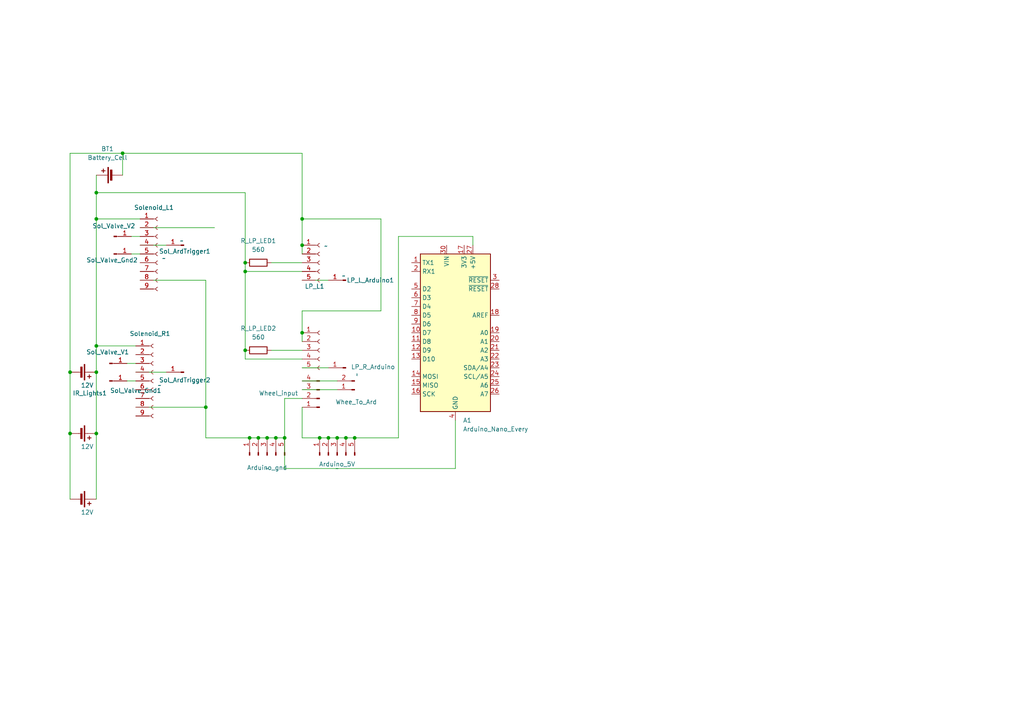
<source format=kicad_sch>
(kicad_sch (version 20231120) (generator "eeschema") (generator_version "8.0")
  (paper "A4")
  (lib_symbols
    (symbol "Connector:Conn_01x01_Pin" (pin_names (offset 1.016) hide)
      (property "Reference" "J" (at 0 2.54 0))
      (property "Value" "Conn_01x01_Pin" (at 0 -2.54 0))
      (symbol "Conn_01x01_Pin_1_1"
        (polyline (pts (xy 1.27 0) (xy 0.8636 0)) (stroke (width 0.1524)))
        (rectangle (start 0.8636 0.127) (end 0 -0.127) (stroke (width 0.1524)) (fill (type outline)))
        (pin passive line (at 5.08 0 180) (length 3.81) (name "Pin_1") (number "1"))
      )
    )
    (symbol "Connector:Conn_01x02_Pin" (pin_names (offset 1.016) hide)
      (property "Reference" "J" (at 0 2.54 0))
      (property "Value" "Conn_01x02_Pin" (at 0 -5.08 0))
      (symbol "Conn_01x02_Pin_1_1"
        (polyline (pts (xy 1.27 -2.54) (xy 0.8636 -2.54)) (stroke (width 0.1524)))
        (polyline (pts (xy 1.27 0) (xy 0.8636 0)) (stroke (width 0.1524)))
        (rectangle (start 0.8636 -2.413) (end 0 -2.667) (stroke (width 0.1524)) (fill (type outline)))
        (rectangle (start 0.8636 0.127) (end 0 -0.127) (stroke (width 0.1524)) (fill (type outline)))
        (pin passive line (at 5.08 0 180) (length 3.81) (name "Pin_1") (number "1"))
        (pin passive line (at 5.08 -2.54 180) (length 3.81) (name "Pin_2") (number "2"))
      )
    )
    (symbol "Connector:Conn_01x04_Pin" (pin_names (offset 1.016) hide)
      (property "Reference" "J" (at 0 5.08 0))
      (property "Value" "Conn_01x04_Pin" (at 0 -7.62 0))
      (symbol "Conn_01x04_Pin_1_1"
        (polyline (pts (xy 1.27 -5.08) (xy 0.8636 -5.08)) (stroke (width 0.1524)))
        (polyline (pts (xy 1.27 -2.54) (xy 0.8636 -2.54)) (stroke (width 0.1524)))
        (polyline (pts (xy 1.27 0) (xy 0.8636 0)) (stroke (width 0.1524)))
        (polyline (pts (xy 1.27 2.54) (xy 0.8636 2.54)) (stroke (width 0.1524)))
        (rectangle (start 0.8636 -4.953) (end 0 -5.207) (stroke (width 0.1524)) (fill (type outline)))
        (rectangle (start 0.8636 -2.413) (end 0 -2.667) (stroke (width 0.1524)) (fill (type outline)))
        (rectangle (start 0.8636 0.127) (end 0 -0.127) (stroke (width 0.1524)) (fill (type outline)))
        (rectangle (start 0.8636 2.667) (end 0 2.413) (stroke (width 0.1524)) (fill (type outline)))
        (pin passive line (at 5.08 2.54 180) (length 3.81) (name "Pin_1") (number "1"))
        (pin passive line (at 5.08 0 180) (length 3.81) (name "Pin_2") (number "2"))
        (pin passive line (at 5.08 -2.54 180) (length 3.81) (name "Pin_3") (number "3"))
        (pin passive line (at 5.08 -5.08 180) (length 3.81) (name "Pin_4") (number "4"))
      )
    )
    (symbol "Connector:Conn_01x05_Pin" (pin_names (offset 1.016) hide)
      (property "Reference" "J" (at 0 7.62 0))
      (property "Value" "Conn_01x05_Pin" (at 0 -7.62 0))
      (symbol "Conn_01x05_Pin_1_1"
        (polyline (pts (xy 1.27 -5.08) (xy 0.8636 -5.08)) (stroke (width 0.1524)))
        (polyline (pts (xy 1.27 -2.54) (xy 0.8636 -2.54)) (stroke (width 0.1524)))
        (polyline (pts (xy 1.27 0) (xy 0.8636 0)) (stroke (width 0.1524)))
        (polyline (pts (xy 1.27 2.54) (xy 0.8636 2.54)) (stroke (width 0.1524)))
        (polyline (pts (xy 1.27 5.08) (xy 0.8636 5.08)) (stroke (width 0.1524)))
        (rectangle (start 0.8636 -4.953) (end 0 -5.207) (stroke (width 0.1524)) (fill (type outline)))
        (rectangle (start 0.8636 -2.413) (end 0 -2.667) (stroke (width 0.1524)) (fill (type outline)))
        (rectangle (start 0.8636 0.127) (end 0 -0.127) (stroke (width 0.1524)) (fill (type outline)))
        (rectangle (start 0.8636 2.667) (end 0 2.413) (stroke (width 0.1524)) (fill (type outline)))
        (rectangle (start 0.8636 5.207) (end 0 4.953) (stroke (width 0.1524)) (fill (type outline)))
        (pin passive line (at 5.08 5.08 180) (length 3.81) (name "Pin_1") (number "1"))
        (pin passive line (at 5.08 2.54 180) (length 3.81) (name "Pin_2") (number "2"))
        (pin passive line (at 5.08 0 180) (length 3.81) (name "Pin_3") (number "3"))
        (pin passive line (at 5.08 -2.54 180) (length 3.81) (name "Pin_4") (number "4"))
        (pin passive line (at 5.08 -5.08 180) (length 3.81) (name "Pin_5") (number "5"))
      )
    )
    (symbol "Connector:Conn_01x05_Socket" (pin_names (offset 1.016) hide)
      (property "Reference" "J" (at 0 7.62 0))
      (property "Value" "Conn_01x05_Socket" (at 0 -7.62 0))
      (symbol "Conn_01x05_Socket_1_1"
        (arc (start 0 -4.572) (mid -0.5058 -5.08) (end 0 -5.588) (stroke (width 0.1524)))
        (arc (start 0 -2.032) (mid -0.5058 -2.54) (end 0 -3.048) (stroke (width 0.1524)))
        (polyline (pts (xy -1.27 -5.08) (xy -0.508 -5.08)) (stroke (width 0.1524)))
        (polyline (pts (xy -1.27 -2.54) (xy -0.508 -2.54)) (stroke (width 0.1524)))
        (polyline (pts (xy -1.27 0) (xy -0.508 0)) (stroke (width 0.1524)))
        (polyline (pts (xy -1.27 2.54) (xy -0.508 2.54)) (stroke (width 0.1524)))
        (polyline (pts (xy -1.27 5.08) (xy -0.508 5.08)) (stroke (width 0.1524)))
        (arc (start 0 0.508) (mid -0.5058 0) (end 0 -0.508) (stroke (width 0.1524)))
        (arc (start 0 3.048) (mid -0.5058 2.54) (end 0 2.032) (stroke (width 0.1524)))
        (arc (start 0 5.588) (mid -0.5058 5.08) (end 0 4.572) (stroke (width 0.1524)))
        (pin passive line (at -5.08 5.08 0) (length 3.81) (name "Pin_1") (number "1"))
        (pin passive line (at -5.08 2.54 0) (length 3.81) (name "Pin_2") (number "2"))
        (pin passive line (at -5.08 0 0) (length 3.81) (name "Pin_3") (number "3"))
        (pin passive line (at -5.08 -2.54 0) (length 3.81) (name "Pin_4") (number "4"))
        (pin passive line (at -5.08 -5.08 0) (length 3.81) (name "Pin_5") (number "5"))
      )
    )
    (symbol "Connector:Conn_01x09_Socket" (pin_names (offset 1.016) hide)
      (property "Reference" "J" (at 0 12.7 0))
      (property "Value" "Conn_01x09_Socket" (at 0 -12.7 0))
      (symbol "Conn_01x09_Socket_1_1"
        (arc (start 0 -9.652) (mid -0.5058 -10.16) (end 0 -10.668) (stroke (width 0.1524)))
        (arc (start 0 -7.112) (mid -0.5058 -7.62) (end 0 -8.128) (stroke (width 0.1524)))
        (arc (start 0 -4.572) (mid -0.5058 -5.08) (end 0 -5.588) (stroke (width 0.1524)))
        (arc (start 0 -2.032) (mid -0.5058 -2.54) (end 0 -3.048) (stroke (width 0.1524)))
        (polyline (pts (xy -1.27 -10.16) (xy -0.508 -10.16)) (stroke (width 0.1524)))
        (polyline (pts (xy -1.27 -7.62) (xy -0.508 -7.62)) (stroke (width 0.1524)))
        (polyline (pts (xy -1.27 -5.08) (xy -0.508 -5.08)) (stroke (width 0.1524)))
        (polyline (pts (xy -1.27 -2.54) (xy -0.508 -2.54)) (stroke (width 0.1524)))
        (polyline (pts (xy -1.27 0) (xy -0.508 0)) (stroke (width 0.1524)))
        (polyline (pts (xy -1.27 2.54) (xy -0.508 2.54)) (stroke (width 0.1524)))
        (polyline (pts (xy -1.27 5.08) (xy -0.508 5.08)) (stroke (width 0.1524)))
        (polyline (pts (xy -1.27 7.62) (xy -0.508 7.62)) (stroke (width 0.1524)))
        (polyline (pts (xy -1.27 10.16) (xy -0.508 10.16)) (stroke (width 0.1524)))
        (arc (start 0 0.508) (mid -0.5058 0) (end 0 -0.508) (stroke (width 0.1524)))
        (arc (start 0 3.048) (mid -0.5058 2.54) (end 0 2.032) (stroke (width 0.1524)))
        (arc (start 0 5.588) (mid -0.5058 5.08) (end 0 4.572) (stroke (width 0.1524)))
        (arc (start 0 8.128) (mid -0.5058 7.62) (end 0 7.112) (stroke (width 0.1524)))
        (arc (start 0 10.668) (mid -0.5058 10.16) (end 0 9.652) (stroke (width 0.1524)))
        (pin passive line (at -5.08 10.16 0) (length 3.81) (name "Pin_1") (number "1"))
        (pin passive line (at -5.08 7.62 0) (length 3.81) (name "Pin_2") (number "2"))
        (pin passive line (at -5.08 5.08 0) (length 3.81) (name "Pin_3") (number "3"))
        (pin passive line (at -5.08 2.54 0) (length 3.81) (name "Pin_4") (number "4"))
        (pin passive line (at -5.08 0 0) (length 3.81) (name "Pin_5") (number "5"))
        (pin passive line (at -5.08 -2.54 0) (length 3.81) (name "Pin_6") (number "6"))
        (pin passive line (at -5.08 -5.08 0) (length 3.81) (name "Pin_7") (number "7"))
        (pin passive line (at -5.08 -7.62 0) (length 3.81) (name "Pin_8") (number "8"))
        (pin passive line (at -5.08 -10.16 0) (length 3.81) (name "Pin_9") (number "9"))
      )
    )
    (symbol "Device:Battery_Cell" (pin_numbers hide) (pin_names (offset 0) hide)
      (property "Reference" "BT" (at 2.54 2.54 0))
      (property "Value" "Battery_Cell" (at 2.54 0 0))
      (symbol "Battery_Cell_0_1"
        (rectangle (start -2.286 1.778) (end 2.286 1.524) (fill (type outline)))
        (rectangle (start -1.524 1.016) (end 1.524 0.508) (fill (type outline)))
        (polyline (pts (xy 0 0.762) (xy 0 0)))
        (polyline (pts (xy 0 1.778) (xy 0 2.54)))
        (polyline (pts (xy 0.762 3.048) (xy 1.778 3.048)) (stroke (width 0.254)))
        (polyline (pts (xy 1.27 3.556) (xy 1.27 2.54)) (stroke (width 0.254)))
      )
      (symbol "Battery_Cell_1_1"
        (pin passive line (at 0 5.08 270) (length 2.54) (name "+") (number "1"))
        (pin passive line (at 0 -2.54 90) (length 2.54) (name "-") (number "2"))
      )
    )
    (symbol "Device:R" (pin_numbers hide) (pin_names (offset 0))
      (property "Reference" "R" (at 2.032 0 90))
      (property "Value" "R" (at 0 0 90))
      (symbol "R_0_1"
        (rectangle (start -1.016 -2.54) (end 1.016 2.54) (stroke (width 0.254)))
      )
      (symbol "R_1_1"
        (pin passive line (at 0 3.81 270) (length 1.27) (name "~") (number "1"))
        (pin passive line (at 0 -3.81 90) (length 1.27) (name "~") (number "2"))
      )
    )
    (symbol "MCU_Module:Arduino_Nano_Every"
      (property "Reference" "A" (at -10.16 23.495 0))
      (property "Value" "Arduino_Nano_Every" (at 5.08 -24.13 0))
      (symbol "Arduino_Nano_Every_0_1"
        (rectangle (start -10.16 22.86) (end 10.16 -22.86) (stroke (width 0.254)) (fill (type background)))
      )
      (symbol "Arduino_Nano_Every_1_1"
        (pin bidirectional line (at -12.7 20.32 0) (length 2.54) (name "TX1") (number "1"))
        (pin bidirectional line (at -12.7 0 0) (length 2.54) (name "D7") (number "10"))
        (pin bidirectional line (at -12.7 -2.54 0) (length 2.54) (name "D8") (number "11"))
        (pin bidirectional line (at -12.7 -5.08 0) (length 2.54) (name "D9") (number "12"))
        (pin bidirectional line (at -12.7 -7.62 0) (length 2.54) (name "D10") (number "13"))
        (pin bidirectional line (at -12.7 -12.7 0) (length 2.54) (name "MOSI") (number "14"))
        (pin bidirectional line (at -12.7 -15.24 0) (length 2.54) (name "MISO") (number "15"))
        (pin bidirectional line (at -12.7 -17.78 0) (length 2.54) (name "SCK") (number "16"))
        (pin power_out line (at 2.54 25.4 270) (length 2.54) (name "3V3") (number "17"))
        (pin input line (at 12.7 5.08 180) (length 2.54) (name "AREF") (number "18"))
        (pin bidirectional line (at 12.7 0 180) (length 2.54) (name "A0") (number "19"))
        (pin bidirectional line (at -12.7 17.78 0) (length 2.54) (name "RX1") (number "2"))
        (pin bidirectional line (at 12.7 -2.54 180) (length 2.54) (name "A1") (number "20"))
        (pin bidirectional line (at 12.7 -5.08 180) (length 2.54) (name "A2") (number "21"))
        (pin bidirectional line (at 12.7 -7.62 180) (length 2.54) (name "A3") (number "22"))
        (pin bidirectional line (at 12.7 -10.16 180) (length 2.54) (name "SDA/A4") (number "23"))
        (pin bidirectional line (at 12.7 -12.7 180) (length 2.54) (name "SCL/A5") (number "24"))
        (pin bidirectional line (at 12.7 -15.24 180) (length 2.54) (name "A6") (number "25"))
        (pin bidirectional line (at 12.7 -17.78 180) (length 2.54) (name "A7") (number "26"))
        (pin power_out line (at 5.08 25.4 270) (length 2.54) (name "+5V") (number "27"))
        (pin input line (at 12.7 12.7 180) (length 2.54) (name "~{RESET}") (number "28"))
        (pin passive line (at 0 -25.4 90) (length 2.54) hide (name "GND") (number "29"))
        (pin input line (at 12.7 15.24 180) (length 2.54) (name "~{RESET}") (number "3"))
        (pin power_in line (at -2.54 25.4 270) (length 2.54) (name "VIN") (number "30"))
        (pin power_in line (at 0 -25.4 90) (length 2.54) (name "GND") (number "4"))
        (pin bidirectional line (at -12.7 12.7 0) (length 2.54) (name "D2") (number "5"))
        (pin bidirectional line (at -12.7 10.16 0) (length 2.54) (name "D3") (number "6"))
        (pin bidirectional line (at -12.7 7.62 0) (length 2.54) (name "D4") (number "7"))
        (pin bidirectional line (at -12.7 5.08 0) (length 2.54) (name "D5") (number "8"))
        (pin bidirectional line (at -12.7 2.54 0) (length 2.54) (name "D6") (number "9"))
      )
    )
  )
  (junction (at 82.55 127))
  (junction (at 71.12 101.6))
  (junction (at 95.25 127))
  (junction (at 27.94 100.33))
  (junction (at 87.63 71.12))
  (junction (at 72.39 127))
  (junction (at 71.12 76.2))
  (junction (at 20.32 125.73))
  (junction (at 20.32 107.95))
  (junction (at 80.01 127))
  (junction (at 71.12 78.74))
  (junction (at 87.63 63.5))
  (junction (at 27.94 107.95))
  (junction (at 27.94 63.5))
  (junction (at 74.93 127))
  (junction (at 35.56 44.45))
  (junction (at 97.79 127))
  (junction (at 59.69 118.11))
  (junction (at 102.87 127))
  (junction (at 100.33 127))
  (junction (at 87.63 96.52))
  (junction (at 27.94 55.88))
  (junction (at 27.94 125.73))
  (junction (at 92.71 127))
  (junction (at 77.47 127))
  (wire (pts (xy 87.63 78.74) (xy 71.12 78.74)))
  (wire (pts (xy 27.94 55.88) (xy 27.94 63.5)))
  (wire (pts (xy 71.12 101.6) (xy 71.12 104.14)))
  (wire (pts (xy 40.64 63.5) (xy 27.94 63.5)))
  (wire (pts (xy 36.83 110.49) (xy 39.37 110.49)))
  (wire (pts (xy 82.55 115.57) (xy 82.55 127)))
  (wire (pts (xy 20.32 44.45) (xy 20.32 107.95)))
  (wire (pts (xy 71.12 104.14) (xy 87.63 104.14)))
  (wire (pts (xy 35.56 50.8) (xy 35.56 44.45)))
  (wire (pts (xy 80.01 127) (xy 77.47 127)))
  (wire (pts (xy 132.08 121.92) (xy 132.08 135.89)))
  (wire (pts (xy 97.79 113.03) (xy 87.63 113.03)))
  (wire (pts (xy 137.16 68.58) (xy 137.16 71.12)))
  (wire (pts (xy 27.94 100.33) (xy 27.94 107.95)))
  (wire (pts (xy 40.64 71.12) (xy 48.26 71.12)))
  (wire (pts (xy 110.49 90.17) (xy 110.49 63.5)))
  (wire (pts (xy 102.87 127) (xy 115.57 127)))
  (wire (pts (xy 115.57 68.58) (xy 137.16 68.58)))
  (wire (pts (xy 27.94 144.78) (xy 27.94 125.73)))
  (wire (pts (xy 71.12 78.74) (xy 71.12 76.2)))
  (wire (pts (xy 82.55 135.89) (xy 82.55 127)))
  (wire (pts (xy 95.25 127) (xy 92.71 127)))
  (wire (pts (xy 87.63 81.28) (xy 95.25 81.28)))
  (wire (pts (xy 39.37 118.11) (xy 59.69 118.11)))
  (wire (pts (xy 78.74 76.2) (xy 87.63 76.2)))
  (wire (pts (xy 87.63 106.68) (xy 95.25 106.68)))
  (wire (pts (xy 102.87 127) (xy 100.33 127)))
  (wire (pts (xy 115.57 127) (xy 115.57 68.58)))
  (wire (pts (xy 87.63 71.12) (xy 87.63 63.5)))
  (wire (pts (xy 39.37 100.33) (xy 27.94 100.33)))
  (wire (pts (xy 59.69 81.28) (xy 59.69 118.11)))
  (wire (pts (xy 97.79 110.49) (xy 87.63 110.49)))
  (wire (pts (xy 20.32 144.78) (xy 20.32 125.73)))
  (wire (pts (xy 87.63 127) (xy 92.71 127)))
  (wire (pts (xy 27.94 107.95) (xy 27.94 125.73)))
  (wire (pts (xy 40.64 81.28) (xy 59.69 81.28)))
  (wire (pts (xy 87.63 99.06) (xy 87.63 96.52)))
  (wire (pts (xy 78.74 101.6) (xy 87.63 101.6)))
  (wire (pts (xy 27.94 50.8) (xy 27.94 55.88)))
  (wire (pts (xy 97.79 127) (xy 95.25 127)))
  (wire (pts (xy 87.63 118.11) (xy 87.63 127)))
  (wire (pts (xy 35.56 44.45) (xy 20.32 44.45)))
  (wire (pts (xy 100.33 127) (xy 97.79 127)))
  (wire (pts (xy 71.12 76.2) (xy 71.12 55.88)))
  (wire (pts (xy 59.69 118.11) (xy 59.69 127)))
  (wire (pts (xy 132.08 135.89) (xy 82.55 135.89)))
  (wire (pts (xy 40.64 66.04) (xy 62.23 66.04)))
  (wire (pts (xy 71.12 55.88) (xy 27.94 55.88)))
  (wire (pts (xy 87.63 96.52) (xy 87.63 90.17)))
  (wire (pts (xy 38.1 68.58) (xy 40.64 68.58)))
  (wire (pts (xy 20.32 125.73) (xy 20.32 107.95)))
  (wire (pts (xy 39.37 107.95) (xy 48.26 107.95)))
  (wire (pts (xy 87.63 44.45) (xy 35.56 44.45)))
  (wire (pts (xy 27.94 63.5) (xy 27.94 100.33)))
  (wire (pts (xy 82.55 127) (xy 80.01 127)))
  (wire (pts (xy 87.63 90.17) (xy 110.49 90.17)))
  (wire (pts (xy 36.83 105.41) (xy 39.37 105.41)))
  (wire (pts (xy 87.63 115.57) (xy 82.55 115.57)))
  (wire (pts (xy 77.47 127) (xy 74.93 127)))
  (wire (pts (xy 87.63 73.66) (xy 87.63 71.12)))
  (wire (pts (xy 71.12 101.6) (xy 71.12 78.74)))
  (wire (pts (xy 110.49 63.5) (xy 87.63 63.5)))
  (wire (pts (xy 74.93 127) (xy 72.39 127)))
  (wire (pts (xy 59.69 127) (xy 72.39 127)))
  (wire (pts (xy 87.63 63.5) (xy 87.63 44.45)))
  (wire (pts (xy 38.1 73.66) (xy 40.64 73.66)))
  (symbol (lib_id "Connector:Conn_01x01_Pin") (at 33.02 73.66 0) (unit 1)
    (property "Reference" "Sol_Valve_Gnd2" (at 32.512 75.438 0))
    (property "Value" "Conn_01x01_Pin" (effects (hide yes)))
    (property "Description" "Generic connector, single row, 01x01, script generated" (effects (hide yes)))
  )
  (symbol (lib_id "Connector:Conn_01x01_Pin") (at 31.75 105.41 0) (unit 1)
    (property "Reference" "Sol_Valve_V1" (at 31.242 102.108 0))
    (property "Value" "Conn_01x01_Pin" (effects (hide yes)))
    (property "Description" "Generic connector, single row, 01x01, script generated" (effects (hide yes)))
  )
  (symbol (lib_id "Connector:Conn_01x01_Pin") (at 53.34 71.12 180) (unit 1)
    (property "Reference" "Sol_ArdTrigger1" (at 53.594 72.898 0))
    (property "Value" "~" (at 52.705 69.85 0))
    (property "Description" "Generic connector, single row, 01x01, script generated" (effects (hide yes)))
  )
  (symbol (lib_id "Device:R") (at 74.93 76.2 90) (unit 1)
    (property "Reference" "R_LP_LED1" (at 74.93 69.85 90))
    (property "Value" "560" (at 74.93 72.39 90))
    (property "Description" "Resistor" (effects (hide yes)))
  )
  (symbol (lib_id "Connector:Conn_01x04_Pin") (at 92.71 115.57 180) (unit 1)
    (property "Reference" "Wheel_input" (at 80.772 114.046 0))
    (property "Value" "Conn_01x04_Pin" (effects (hide yes)))
    (property "Description" "Generic connector, single row, 01x04, script generated" (effects (hide yes)))
  )
  (symbol (lib_id "Connector:Conn_01x01_Pin") (at 33.02 68.58 0) (unit 1)
    (property "Reference" "Sol_Valve_V2" (at 33.02 65.532 0))
    (property "Value" "Conn_01x01_Pin" (effects (hide yes)))
    (property "Description" "Generic connector, single row, 01x01, script generated" (effects (hide yes)))
  )
  (symbol (lib_id "Device:Battery_Cell") (at 22.86 107.95 270) (unit 1)
    (property "Reference" "IR_Lights1" (at 21.082 114.046 90) (effects (justify left)))
    (property "Value" "12V" (at 23.4316 111.76 90) (effects (justify left)))
    (property "Description" "Single-cell battery" (effects (hide yes)))
  )
  (symbol (lib_id "Connector:Conn_01x01_Pin") (at 100.33 106.68 180) (unit 1)
    (property "Reference" "J1" (effects (hide yes)))
    (property "Value" "LP_R_Arduino" (at 108.204 106.426 0))
    (property "Description" "Generic connector, single row, 01x01, script generated" (effects (hide yes)))
  )
  (symbol (lib_id "Connector:Conn_01x01_Pin") (at 31.75 110.49 0) (unit 1)
    (property "Reference" "Sol_Valve_Gnd1" (at 39.37 113.284 0))
    (property "Value" "Conn_01x01_Pin" (effects (hide yes)))
    (property "Description" "Generic connector, single row, 01x01, script generated" (effects (hide yes)))
  )
  (symbol (lib_id "Connector:Conn_01x09_Socket") (at 45.72 73.66 0) (unit 1)
    (property "Reference" "Solenoid_L1" (at 38.862 60.198 0) (effects (justify left)))
    (property "Value" "~" (at 46.99 74.9299 0) (effects (justify left)))
    (property "Description" "Generic connector, single row, 01x09, script generated" (effects (hide yes)))
  )
  (symbol (lib_id "Device:Battery_Cell") (at 22.86 144.78 270) (unit 1)
    (property "Reference" "IR_Lights3" (effects (hide yes)))
    (property "Value" "12V" (at 23.4316 148.59 90) (effects (justify left)))
    (property "Description" "Single-cell battery" (effects (hide yes)))
  )
  (symbol (lib_id "Device:R") (at 74.93 101.6 90) (unit 1)
    (property "Reference" "R_LP_LED2" (at 74.93 95.25 90))
    (property "Value" "560" (at 74.93 97.79 90))
    (property "Description" "Resistor" (effects (hide yes)))
  )
  (symbol (lib_id "Connector:Conn_01x01_Pin") (at 100.33 81.28 180) (unit 1)
    (property "Reference" "LP_L_Arduino1" (at 107.442 81.28 0))
    (property "Value" "~" (at 99.695 80.01 0))
    (property "Description" "Generic connector, single row, 01x01, script generated" (effects (hide yes)))
  )
  (symbol (lib_id "Connector:Conn_01x05_Pin") (at 97.79 132.08 90) (unit 1)
    (property "Reference" "Arduino_5V" (at 97.79 134.62 90))
    (property "Value" "~" (at 97.79 135.89 90))
    (property "Description" "Generic connector, single row, 01x05, script generated" (effects (hide yes)))
  )
  (symbol (lib_id "MCU_Module:Arduino_Nano_Every") (at 132.08 96.52 0) (unit 1)
    (property "Reference" "A1" (at 134.2741 121.92 0) (effects (justify left)))
    (property "Value" "Arduino_Nano_Every" (at 134.2741 124.46 0) (effects (justify left)))
    (property "Footprint" "Module:Arduino_Nano" (effects (hide yes)))
    (property "Datasheet" "https://content.arduino.cc/assets/NANOEveryV3.0_sch.pdf" (effects (hide yes)))
    (property "Description" "Arduino Nano Every" (effects (hide yes)))
  )
  (symbol (lib_id "Connector:Conn_01x01_Pin") (at 53.34 107.95 180) (unit 1)
    (property "Reference" "Sol_ArdTrigger2" (at 53.594 110.236 0))
    (property "Value" "Conn_01x01_Pin" (effects (hide yes)))
    (property "Description" "Generic connector, single row, 01x01, script generated" (effects (hide yes)))
  )
  (symbol (lib_id "Connector:Conn_01x05_Socket") (at 92.71 101.6 0) (unit 1)
    (property "Reference" "LP_R1" (effects (hide yes)))
    (property "Value" "Conn_01x05_Socket" (effects (hide yes)))
    (property "Description" "Generic connector, single row, 01x05, script generated" (effects (hide yes)))
  )
  (symbol (lib_id "Connector:Conn_01x02_Pin") (at 102.87 113.03 180) (unit 1)
    (property "Reference" "Whee_To_Ard" (at 97.282 116.586 0) (effects (justify right)))
    (property "Value" "~" (at 103.505 109.22 90) (effects (justify right)))
    (property "Description" "Generic connector, single row, 01x02, script generated" (effects (hide yes)))
  )
  (symbol (lib_id "Connector:Conn_01x05_Pin") (at 77.47 132.08 90) (unit 1)
    (property "Reference" "Arduino_gnd" (at 77.47 135.636 90))
    (property "Value" "~" (at 77.47 135.89 90))
    (property "Description" "Generic connector, single row, 01x05, script generated" (effects (hide yes)))
  )
  (symbol (lib_id "Connector:Conn_01x05_Socket") (at 92.71 76.2 0) (unit 1)
    (property "Reference" "LP_L1" (at 88.392 83.058 0) (effects (justify left)))
    (property "Value" "~" (at 93.98 71.374 0) (effects (justify left)))
    (property "Description" "Generic connector, single row, 01x05, script generated" (effects (hide yes)))
  )
  (symbol (lib_id "Connector:Conn_01x09_Socket") (at 44.45 110.49 0) (unit 1)
    (property "Reference" "Solenoid_R1" (at 37.592 96.774 0) (effects (justify left)))
    (property "Value" "~" (at 45.72 111.76 0) (effects (justify left)))
    (property "Description" "Generic connector, single row, 01x09, script generated" (effects (hide yes)))
  )
  (symbol (lib_id "Device:Battery_Cell") (at 33.02 50.8 90) (unit 1)
    (property "Reference" "BT1" (at 31.1785 43.18 90))
    (property "Value" "Battery_Cell" (at 31.1785 45.72 90))
    (property "Description" "Single-cell battery" (effects (hide yes)))
  )
  (symbol (lib_id "Device:Battery_Cell") (at 22.86 125.73 270) (unit 1)
    (property "Reference" "IR_Lights2" (effects (hide yes)))
    (property "Value" "12V" (at 23.4316 129.54 90) (effects (justify left)))
    (property "Description" "Single-cell battery" (effects (hide yes)))
  )
)
</source>
